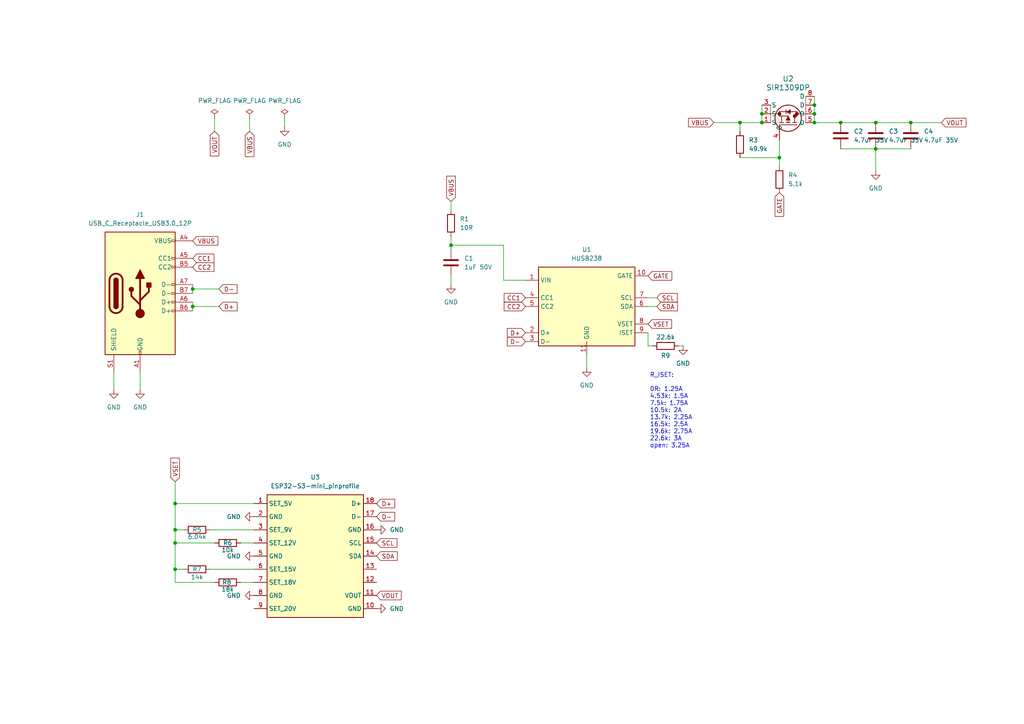
<source format=kicad_sch>
(kicad_sch (version 20231120) (generator "eeschema") (generator_version "8.0")
  (paper "A4")
  (lib_symbols
    (symbol "Connector:USB_C_Receptacle_USB2.0_14P" (pin_names (offset 1.016))
      (property "Reference" "J" (at 0 22.225 0))
      (property "Value" "USB_C_Receptacle_USB2.0_14P" (at 0 19.685 0))
      (symbol "USB_C_Receptacle_USB2.0_14P_0_0"
        (rectangle (start -0.254 -17.78) (end 0.254 -16.764))
        (rectangle (start 10.16 -4.826) (end 9.144 -5.334))
        (rectangle (start 10.16 -2.286) (end 9.144 -2.794))
        (rectangle (start 10.16 0.254) (end 9.144 -0.254))
        (rectangle (start 10.16 2.794) (end 9.144 2.286))
        (rectangle (start 10.16 7.874) (end 9.144 7.366))
        (rectangle (start 10.16 10.414) (end 9.144 9.906))
        (rectangle (start 10.16 15.494) (end 9.144 14.986))
      )
      (symbol "USB_C_Receptacle_USB2.0_14P_0_1"
        (rectangle (start -10.16 17.78) (end 10.16 -17.78) (stroke (width 0.254)) (fill (type background)))
        (arc (start -8.89 -3.81) (mid -6.985 -5.7067) (end -5.08 -3.81) (stroke (width 0.508)))
        (arc (start -7.62 -3.81) (mid -6.985 -4.4423) (end -6.35 -3.81) (stroke (width 0.254)))
        (arc (start -7.62 -3.81) (mid -6.985 -4.4423) (end -6.35 -3.81) (stroke (width 0.254)) (fill (type outline)))
        (rectangle (start -7.62 -3.81) (end -6.35 3.81) (stroke (width 0.254)) (fill (type outline)))
        (arc (start -6.35 3.81) (mid -6.985 4.4423) (end -7.62 3.81) (stroke (width 0.254)))
        (arc (start -6.35 3.81) (mid -6.985 4.4423) (end -7.62 3.81) (stroke (width 0.254)) (fill (type outline)))
        (arc (start -5.08 3.81) (mid -6.985 5.7067) (end -8.89 3.81) (stroke (width 0.508)))
        (circle (center -2.54 1.143) (radius 0.635) (stroke (width 0.254)) (fill (type outline)))
        (circle (center 0 -5.842) (radius 1.27) (fill (type outline)))
        (polyline (pts (xy -8.89 -3.81) (xy -8.89 3.81)) (stroke (width 0.508)))
        (polyline (pts (xy -5.08 3.81) (xy -5.08 -3.81)) (stroke (width 0.508)))
        (polyline (pts (xy 0 -5.842) (xy 0 4.318)) (stroke (width 0.508)))
        (polyline (pts (xy 0 -3.302) (xy -2.54 -0.762) (xy -2.54 0.508)) (stroke (width 0.508)))
        (polyline (pts (xy 0 -2.032) (xy 2.54 0.508) (xy 2.54 1.778)) (stroke (width 0.508)))
        (polyline (pts (xy -1.27 4.318) (xy 0 6.858) (xy 1.27 4.318) (xy -1.27 4.318)) (stroke (width 0.254)) (fill (type outline)))
        (rectangle (start 1.905 1.778) (end 3.175 3.048) (stroke (width 0.254)) (fill (type outline)))
      )
      (symbol "USB_C_Receptacle_USB2.0_14P_1_1"
        (pin passive line (at 0 -22.86 90) (length 5.08) (name "GND") (number "A1"))
        (pin passive line (at 0 -22.86 90) (length 5.08) hide (name "GND") (number "A12"))
        (pin passive line (at 15.24 15.24 180) (length 5.08) (name "VBUS") (number "A4"))
        (pin bidirectional line (at 15.24 10.16 180) (length 5.08) (name "CC1") (number "A5"))
        (pin bidirectional line (at 15.24 -2.54 180) (length 5.08) (name "D+") (number "A6"))
        (pin bidirectional line (at 15.24 2.54 180) (length 5.08) (name "D-") (number "A7"))
        (pin passive line (at 15.24 15.24 180) (length 5.08) hide (name "VBUS") (number "A9"))
        (pin passive line (at 0 -22.86 90) (length 5.08) hide (name "GND") (number "B1"))
        (pin passive line (at 0 -22.86 90) (length 5.08) hide (name "GND") (number "B12"))
        (pin passive line (at 15.24 15.24 180) (length 5.08) hide (name "VBUS") (number "B4"))
        (pin bidirectional line (at 15.24 7.62 180) (length 5.08) (name "CC2") (number "B5"))
        (pin bidirectional line (at 15.24 -5.08 180) (length 5.08) (name "D+") (number "B6"))
        (pin bidirectional line (at 15.24 0 180) (length 5.08) (name "D-") (number "B7"))
        (pin passive line (at 15.24 15.24 180) (length 5.08) hide (name "VBUS") (number "B9"))
        (pin passive line (at -7.62 -22.86 90) (length 5.08) (name "SHIELD") (number "S1"))
      )
    )
    (symbol "Device:C" (pin_numbers hide) (pin_names (offset 0.254))
      (property "Reference" "C" (at 0.635 2.54 0))
      (property "Value" "C" (at 0.635 -2.54 0))
      (symbol "C_0_1"
        (polyline (pts (xy -2.032 -0.762) (xy 2.032 -0.762)) (stroke (width 0.508)))
        (polyline (pts (xy -2.032 0.762) (xy 2.032 0.762)) (stroke (width 0.508)))
      )
      (symbol "C_1_1"
        (pin passive line (at 0 3.81 270) (length 2.794) (name "~") (number "1"))
        (pin passive line (at 0 -3.81 90) (length 2.794) (name "~") (number "2"))
      )
    )
    (symbol "Device:R" (pin_numbers hide) (pin_names (offset 0))
      (property "Reference" "R" (at 2.032 0 90))
      (property "Value" "R" (at 0 0 90))
      (symbol "R_0_1"
        (rectangle (start -1.016 -2.54) (end 1.016 2.54) (stroke (width 0.254)))
      )
      (symbol "R_1_1"
        (pin passive line (at 0 3.81 270) (length 1.27) (name "~") (number "1"))
        (pin passive line (at 0 -3.81 90) (length 1.27) (name "~") (number "2"))
      )
    )
    (symbol "HUSB238:FT200XD"
      (property "Reference" "U1" (at 4.7341 16.51 0))
      (property "Value" "HUSB238" (at 4.7341 13.97 0))
      (symbol "FT200XD_0_1"
        (rectangle (start -13.97 11.43) (end 13.97 -11.43) (stroke (width 0.254)) (fill (type background)))
      )
      (symbol "FT200XD_1_1"
        (pin power_in line (at -17.78 7.62 0) (length 3.81) (name "VIN") (number "1"))
        (pin output line (at 17.78 8.89 180) (length 3.81) (name "GATE") (number "10"))
        (pin power_in line (at 0 -13.97 90) (length 3.81) (name "GND") (number "11"))
        (pin bidirectional line (at -17.78 -7.62 0) (length 3.81) (name "D+") (number "2"))
        (pin bidirectional line (at -17.78 -10.16 0) (length 3.81) (name "D-") (number "3"))
        (pin bidirectional line (at -17.78 2.54 0) (length 3.81) (name "CC1") (number "4"))
        (pin bidirectional line (at -17.78 0 0) (length 3.81) (name "CC2") (number "5"))
        (pin bidirectional line (at 17.78 0 180) (length 3.81) (name "SDA") (number "6"))
        (pin bidirectional line (at 17.78 2.54 180) (length 3.81) (name "SCL") (number "7"))
        (pin input line (at 17.78 -5.08 180) (length 3.81) (name "VSET") (number "8"))
        (pin input line (at 17.78 -7.62 180) (length 3.81) (name "ISET") (number "9"))
      )
    )
    (symbol "SI4459ADY:SI4459ADY-T1-GE3" (pin_names (offset 0.254))
      (property "Reference" "U2" (at 17.78 -2.54 90))
      (property "Value" "SI4459ADY-T1-GE3" (at 15.24 -2.54 90))
      (symbol "SI4459ADY-T1-GE3_0_1"
        (polyline (pts (xy 2.54 0) (xy 4.445 0)) (stroke (width 0.2032)))
        (polyline (pts (xy 4.445 -5.08) (xy 4.445 0)) (stroke (width 0.2032)))
        (polyline (pts (xy 5.08 -7.62) (xy 12.7 -7.62)) (stroke (width 0.127)))
        (polyline (pts (xy 5.08 -5.08) (xy 5.08 -3.81)) (stroke (width 0.2032)))
        (polyline (pts (xy 5.08 -4.445) (xy 6.985 -4.445)) (stroke (width 0.2032)))
        (polyline (pts (xy 5.08 -3.175) (xy 5.08 -1.905)) (stroke (width 0.2032)))
        (polyline (pts (xy 5.08 -1.27) (xy 5.08 0)) (stroke (width 0.2032)))
        (polyline (pts (xy 5.08 -0.635) (xy 6.985 -0.635)) (stroke (width 0.2032)))
        (polyline (pts (xy 5.08 2.54) (xy 10.16 2.54)) (stroke (width 0.127)))
        (polyline (pts (xy 5.715 -2.54) (xy 5.08 -2.54)) (stroke (width 0.2032)))
        (polyline (pts (xy 6.985 -5.08) (xy 8.255 -5.08)) (stroke (width 0.2032)))
        (polyline (pts (xy 6.985 -4.445) (xy 6.985 -5.08)) (stroke (width 0.127)))
        (polyline (pts (xy 6.985 -0.635) (xy 6.985 -2.54)) (stroke (width 0.2032)))
        (polyline (pts (xy 6.985 -0.635) (xy 6.985 0)) (stroke (width 0.2032)))
        (polyline (pts (xy 6.985 0) (xy 8.255 0)) (stroke (width 0.2032)))
        (polyline (pts (xy 7.62 -7.62) (xy 7.62 -5.08)) (stroke (width 0.127)))
        (polyline (pts (xy 7.62 2.54) (xy 7.6454 0)) (stroke (width 0.127)))
        (polyline (pts (xy 8.255 -5.08) (xy 8.255 -3.175)) (stroke (width 0.2032)))
        (polyline (pts (xy 8.255 -1.905) (xy 8.255 0)) (stroke (width 0.2032)))
        (polyline (pts (xy 8.89 -1.905) (xy 7.62 -1.905)) (stroke (width 0.2032)))
        (polyline (pts (xy 5.715 -3.175) (xy 6.985 -2.54) (xy 5.715 -1.905)) (fill (type outline)))
        (polyline (pts (xy 8.89 -3.175) (xy 7.62 -3.175) (xy 8.255 -1.905)) (fill (type outline)))
        (circle (center 6.35 -2.54) (radius 3.81) (stroke (width 0.254)))
        (circle (center 6.985 -4.445) (radius 0.0254) (stroke (width 0.508)))
        (circle (center 7.62 -5.08) (radius 0.0254) (stroke (width 0.508)))
        (circle (center 7.62 0) (radius 0.0254) (stroke (width 0.508)))
        (pin unspecified line (at 5.08 5.08 270) (length 2.54) (name "S") (number "1"))
        (pin unspecified line (at 10.16 5.08 270) (length 2.54) (name "S") (number "3"))
        (pin input line (at 0 0 0) (length 2.54) (name "G") (number "4"))
        (pin unspecified line (at 5.08 -10.16 90) (length 2.54) (name "D") (number "5"))
        (pin unspecified line (at 7.62 -10.16 90) (length 2.54) (name "D") (number "6"))
        (pin unspecified line (at 10.16 -10.16 90) (length 2.54) (name "D") (number "7"))
        (pin unspecified line (at 12.7 -10.16 90) (length 2.54) (name "D") (number "8"))
      )
      (symbol "SI4459ADY-T1-GE3_1_1"
        (pin unspecified line (at 7.62 5.08 270) (length 2.54) (name "S") (number "2"))
      )
    )
    (symbol "blinkyparts:ESP32-S3-mini_pinprofile"
      (property "Reference" "U3" (at 0 16.51 0))
      (property "Value" "ESP32-S3-mini_pinprofile" (at 0 13.97 0))
      (symbol "ESP32-S3-mini_pinprofile_0_1"
        (rectangle (start -13.97 11.43) (end 13.97 -24.13) (stroke (width 0.254)) (fill (type background)))
      )
      (symbol "ESP32-S3-mini_pinprofile_1_1"
        (pin output line (at -17.78 8.89 0) (length 3.81) (name "SET_5V") (number "1"))
        (pin power_in line (at 17.78 -21.59 180) (length 3.81) (name "GND") (number "10"))
        (pin power_in line (at 17.78 -17.78 180) (length 3.81) (name "VOUT") (number "11"))
        (pin free line (at 17.78 -13.97 180) (length 3.81) (name "") (number "12"))
        (pin free line (at 17.78 -10.16 180) (length 3.81) (name "") (number "13"))
        (pin bidirectional line (at 17.78 -6.35 180) (length 3.81) (name "SDA") (number "14"))
        (pin bidirectional line (at 17.78 -2.54 180) (length 3.81) (name "SCL") (number "15"))
        (pin power_in line (at 17.78 1.27 180) (length 3.81) (name "GND") (number "16"))
        (pin bidirectional line (at 17.78 5.08 180) (length 3.81) (name "D-") (number "17"))
        (pin bidirectional line (at 17.78 8.89 180) (length 3.81) (name "D+") (number "18"))
        (pin power_in line (at -17.78 5.08 0) (length 3.81) (name "GND") (number "2"))
        (pin output line (at -17.78 1.27 0) (length 3.81) (name "SET_9V") (number "3"))
        (pin output line (at -17.78 -2.54 0) (length 3.81) (name "SET_12V") (number "4"))
        (pin power_in line (at -17.78 -6.35 0) (length 3.81) (name "GND") (number "5"))
        (pin output line (at -17.78 -10.16 0) (length 3.81) (name "SET_15V") (number "6"))
        (pin output line (at -17.78 -13.97 0) (length 3.81) (name "SET_18V") (number "7"))
        (pin power_out line (at -17.78 -17.78 0) (length 3.81) (name "GND") (number "8"))
        (pin free line (at -17.78 -21.59 0) (length 3.81) (name "SET_20V") (number "9"))
      )
    )
    (symbol "power:GND" (power) (pin_numbers hide) (pin_names (offset 0) hide)
      (property "Value" "GND" (at 0 -3.81 0))
      (symbol "GND_0_1"
        (polyline (pts (xy 0 0) (xy 0 -1.27) (xy 1.27 -1.27) (xy 0 -2.54) (xy -1.27 -1.27) (xy 0 -1.27)))
      )
      (symbol "GND_1_1"
        (pin power_in line (at 0 0 270) (length 0) (name "~") (number "1"))
      )
    )
    (symbol "power:PWR_FLAG" (power) (pin_numbers hide) (pin_names (offset 0) hide)
      (property "Value" "PWR_FLAG" (at 0 3.81 0))
      (symbol "PWR_FLAG_0_0"
        (pin power_out line (at 0 0 90) (length 0) (name "~") (number "1"))
      )
      (symbol "PWR_FLAG_0_1"
        (polyline (pts (xy 0 0) (xy 0 1.27) (xy -1.016 1.905) (xy 0 2.54) (xy 1.016 1.905) (xy 0 1.27)))
      )
    )
  )
  (junction (at 50.8 157.48))
  (junction (at 236.22 35.56))
  (junction (at 50.8 165.1))
  (junction (at 254 35.56))
  (junction (at 55.88 88.9))
  (junction (at 226.06 45.72))
  (junction (at 50.8 153.67))
  (junction (at 243.84 35.56))
  (junction (at 214.63 35.56))
  (junction (at 220.98 33.02))
  (junction (at 254 43.18))
  (junction (at 50.8 146.05))
  (junction (at 236.22 30.48))
  (junction (at 264.16 35.56))
  (junction (at 55.88 83.82))
  (junction (at 220.98 35.56))
  (junction (at 236.22 33.02))
  (junction (at 130.81 71.12))
  (wire (pts (xy 220.98 33.02) (xy 220.98 35.56)))
  (wire (pts (xy 243.84 43.18) (xy 254 43.18)))
  (wire (pts (xy 220.98 30.48) (xy 220.98 33.02)))
  (wire (pts (xy 254 35.56) (xy 264.16 35.56)))
  (wire (pts (xy 146.05 71.12) (xy 130.81 71.12)))
  (wire (pts (xy 146.05 81.28) (xy 146.05 71.12)))
  (wire (pts (xy 236.22 30.48) (xy 236.22 33.02)))
  (wire (pts (xy 236.22 33.02) (xy 236.22 35.56)))
  (wire (pts (xy 40.64 107.95) (xy 40.64 113.03)))
  (wire (pts (xy 236.22 27.94) (xy 236.22 30.48)))
  (wire (pts (xy 50.8 139.7) (xy 50.8 146.05)))
  (wire (pts (xy 207.01 35.56) (xy 214.63 35.56)))
  (wire (pts (xy 69.85 168.91) (xy 73.66 168.91)))
  (wire (pts (xy 254 43.18) (xy 254 49.53)))
  (wire (pts (xy 226.06 45.72) (xy 226.06 48.26)))
  (wire (pts (xy 55.88 88.9) (xy 55.88 90.17)))
  (wire (pts (xy 55.88 87.63) (xy 55.88 88.9)))
  (wire (pts (xy 82.55 34.29) (xy 82.55 36.83)))
  (wire (pts (xy 69.85 157.48) (xy 73.66 157.48)))
  (wire (pts (xy 226.06 40.64) (xy 226.06 45.72)))
  (wire (pts (xy 50.8 146.05) (xy 73.66 146.05)))
  (wire (pts (xy 62.23 157.48) (xy 50.8 157.48)))
  (wire (pts (xy 243.84 35.56) (xy 254 35.56)))
  (wire (pts (xy 236.22 35.56) (xy 243.84 35.56)))
  (wire (pts (xy 55.88 83.82) (xy 63.5 83.82)))
  (wire (pts (xy 33.02 107.95) (xy 33.02 113.03)))
  (wire (pts (xy 55.88 83.82) (xy 55.88 85.09)))
  (wire (pts (xy 50.8 146.05) (xy 50.8 153.67)))
  (wire (pts (xy 198.12 100.33) (xy 196.85 100.33)))
  (wire (pts (xy 130.81 68.58) (xy 130.81 71.12)))
  (wire (pts (xy 50.8 165.1) (xy 50.8 157.48)))
  (wire (pts (xy 60.96 165.1) (xy 73.66 165.1)))
  (wire (pts (xy 189.23 100.33) (xy 187.96 100.33)))
  (wire (pts (xy 130.81 58.42) (xy 130.81 60.96)))
  (wire (pts (xy 214.63 35.56) (xy 214.63 38.1)))
  (wire (pts (xy 60.96 153.67) (xy 73.66 153.67)))
  (wire (pts (xy 254 43.18) (xy 264.16 43.18)))
  (wire (pts (xy 264.16 35.56) (xy 273.05 35.56)))
  (wire (pts (xy 72.39 34.29) (xy 72.39 38.1)))
  (wire (pts (xy 50.8 153.67) (xy 53.34 153.67)))
  (wire (pts (xy 187.96 88.9) (xy 190.5 88.9)))
  (wire (pts (xy 130.81 80.01) (xy 130.81 82.55)))
  (wire (pts (xy 62.23 168.91) (xy 50.8 168.91)))
  (wire (pts (xy 214.63 35.56) (xy 220.98 35.56)))
  (wire (pts (xy 53.34 165.1) (xy 50.8 165.1)))
  (wire (pts (xy 187.96 86.36) (xy 190.5 86.36)))
  (wire (pts (xy 152.4 81.28) (xy 146.05 81.28)))
  (wire (pts (xy 62.23 34.29) (xy 62.23 38.1)))
  (wire (pts (xy 187.96 100.33) (xy 187.96 96.52)))
  (wire (pts (xy 214.63 45.72) (xy 226.06 45.72)))
  (wire (pts (xy 50.8 157.48) (xy 50.8 153.67)))
  (wire (pts (xy 170.18 102.87) (xy 170.18 106.68)))
  (wire (pts (xy 55.88 82.55) (xy 55.88 83.82)))
  (wire (pts (xy 50.8 168.91) (xy 50.8 165.1)))
  (wire (pts (xy 130.81 71.12) (xy 130.81 72.39)))
  (wire (pts (xy 55.88 88.9) (xy 63.5 88.9)))
  (text "R_ISET:\n\n0R: 1.25A\n4.53k: 1.5A\n7.5k: 1.75A\n10.5k: 2A\n13.7k: 2.25A\n16.5k: 2.5A\n19.6k: 2.75A\n22.6k: 3A\nopen: 3.25A" (at 188.468 119.126 0) (effects (font (size 1.27 1.27)) (justify left)))
  (global_label "VOUT" (shape input) (at 62.23 38.1 270) (property "Intersheetrefs" "${INTERSHEET_REFS}" (effects (hide yes))))
  (global_label "VBUS" (shape input) (at 130.81 58.42 90) (property "Intersheetrefs" "${INTERSHEET_REFS}" (effects (hide yes))))
  (global_label "VOUT" (shape input) (at 273.05 35.56 0) (property "Intersheetrefs" "${INTERSHEET_REFS}" (effects (hide yes))))
  (global_label "CC1" (shape input) (at 55.88 74.93 0) (property "Intersheetrefs" "${INTERSHEET_REFS}" (effects (hide yes))))
  (global_label "SCL" (shape input) (at 109.22 157.48 0) (property "Intersheetrefs" "${INTERSHEET_REFS}" (effects (hide yes))))
  (global_label "SDA" (shape input) (at 190.5 88.9 0) (property "Intersheetrefs" "${INTERSHEET_REFS}" (effects (hide yes))))
  (global_label "CC1" (shape input) (at 152.4 86.36 180) (property "Intersheetrefs" "${INTERSHEET_REFS}" (effects (hide yes))))
  (global_label "GATE" (shape input) (at 187.96 80.01 0) (property "Intersheetrefs" "${INTERSHEET_REFS}" (effects (hide yes))))
  (global_label "CC2" (shape input) (at 55.88 77.47 0) (property "Intersheetrefs" "${INTERSHEET_REFS}" (effects (hide yes))))
  (global_label "D-" (shape input) (at 109.22 149.86 0) (property "Intersheetrefs" "${INTERSHEET_REFS}" (effects (hide yes))))
  (global_label "D-" (shape input) (at 152.4 99.06 180) (property "Intersheetrefs" "${INTERSHEET_REFS}" (effects (hide yes))))
  (global_label "D-" (shape input) (at 63.5 83.82 0) (property "Intersheetrefs" "${INTERSHEET_REFS}" (effects (hide yes))))
  (global_label "SDA" (shape input) (at 109.22 161.29 0) (property "Intersheetrefs" "${INTERSHEET_REFS}" (effects (hide yes))))
  (global_label "VBUS" (shape input) (at 207.01 35.56 180) (property "Intersheetrefs" "${INTERSHEET_REFS}" (effects (hide yes))))
  (global_label "VSET" (shape input) (at 187.96 93.98 0) (property "Intersheetrefs" "${INTERSHEET_REFS}" (effects (hide yes))))
  (global_label "GATE" (shape input) (at 226.06 55.88 270) (property "Intersheetrefs" "${INTERSHEET_REFS}" (effects (hide yes))))
  (global_label "VBUS" (shape input) (at 55.88 69.85 0) (property "Intersheetrefs" "${INTERSHEET_REFS}" (effects (hide yes))))
  (global_label "D+" (shape input) (at 152.4 96.52 180) (property "Intersheetrefs" "${INTERSHEET_REFS}" (effects (hide yes))))
  (global_label "SCL" (shape input) (at 190.5 86.36 0) (property "Intersheetrefs" "${INTERSHEET_REFS}" (effects (hide yes))))
  (global_label "VSET" (shape input) (at 50.8 139.7 90) (property "Intersheetrefs" "${INTERSHEET_REFS}" (effects (hide yes))))
  (global_label "VOUT" (shape input) (at 109.22 172.72 0) (property "Intersheetrefs" "${INTERSHEET_REFS}" (effects (hide yes))))
  (global_label "CC2" (shape input) (at 152.4 88.9 180) (property "Intersheetrefs" "${INTERSHEET_REFS}" (effects (hide yes))))
  (global_label "D+" (shape input) (at 109.22 146.05 0) (property "Intersheetrefs" "${INTERSHEET_REFS}" (effects (hide yes))))
  (global_label "D+" (shape input) (at 63.5 88.9 0) (property "Intersheetrefs" "${INTERSHEET_REFS}" (effects (hide yes))))
  (global_label "VBUS" (shape input) (at 72.39 38.1 270) (property "Intersheetrefs" "${INTERSHEET_REFS}" (effects (hide yes))))
  (symbol (lib_id "power:GND") (at 254 49.53 0) (unit 1)
    (property "Reference" "#PWR09" (effects (hide yes)))
    (property "Value" "GND" (at 254 54.61 0))
    (property "Description" "Power symbol creates a global label with name \"GND\" , ground" (effects (hide yes)))
  )
  (symbol (lib_id "Device:C") (at 254 39.37 0) (unit 1)
    (property "Reference" "C3" (at 257.81 38.0999 0) (effects (justify left)))
    (property "Value" "4.7uF 35V" (at 257.81 40.6399 0) (effects (justify left)))
    (property "Footprint" "Capacitor_SMD:C_0603_1608Metric" (effects (hide yes)))
    (property "Description" "Unpolarized capacitor" (effects (hide yes)))
    (property "LCSC" "C307467" (effects (hide yes)))
  )
  (symbol (lib_id "Device:R") (at 226.06 52.07 0) (unit 1)
    (property "Reference" "R4" (at 228.6 50.7999 0) (effects (justify left)))
    (property "Value" "5.1k" (at 228.6 53.3399 0) (effects (justify left)))
    (property "Footprint" "Resistor_SMD:R_0402_1005Metric" (effects (hide yes)))
    (property "Description" "Resistor" (effects (hide yes)))
    (property "LCSC" "C25941" (effects (hide yes)))
  )
  (symbol (lib_id "Device:R") (at 214.63 41.91 0) (unit 1)
    (property "Reference" "R3" (at 217.17 40.6399 0) (effects (justify left)))
    (property "Value" "49.9k" (at 217.17 43.1799 0) (effects (justify left)))
    (property "Footprint" "Resistor_SMD:R_0402_1005Metric" (effects (hide yes)))
    (property "Description" "Resistor" (effects (hide yes)))
    (property "LCSC" "C100457" (effects (hide yes)))
  )
  (symbol (lib_id "power:GND") (at 82.55 36.83 0) (unit 1)
    (property "Reference" "#PWR03" (effects (hide yes)))
    (property "Value" "GND" (at 82.55 41.91 0))
    (property "Description" "Power symbol creates a global label with name \"GND\" , ground" (effects (hide yes)))
  )
  (symbol (lib_id "power:GND") (at 33.02 113.03 0) (unit 1)
    (property "Reference" "#PWR01" (effects (hide yes)))
    (property "Value" "GND" (at 33.02 118.11 0))
    (property "Description" "Power symbol creates a global label with name \"GND\" , ground" (effects (hide yes)))
  )
  (symbol (lib_id "power:PWR_FLAG") (at 72.39 34.29 0) (unit 1)
    (property "Reference" "#FLG02" (effects (hide yes)))
    (property "Value" "PWR_FLAG" (at 72.39 29.21 0))
    (property "Description" "Special symbol for telling ERC where power comes from" (effects (hide yes)))
  )
  (symbol (lib_id "Device:R") (at 57.15 153.67 90) (unit 1)
    (property "Reference" "R5" (at 57.15 153.67 90))
    (property "Value" "6.04k" (at 57.15 155.702 90))
    (property "Footprint" "Resistor_SMD:R_0402_1005Metric" (effects (hide yes)))
    (property "Description" "Resistor" (effects (hide yes)))
    (property "LCSC" "C25913" (effects (hide yes)))
  )
  (symbol (lib_id "Device:R") (at 66.04 157.48 90) (unit 1)
    (property "Reference" "R6" (at 66.04 157.48 90))
    (property "Value" "10k" (at 66.04 159.512 90))
    (property "Footprint" "Resistor_SMD:R_0402_1005Metric" (effects (hide yes)))
    (property "Description" "Resistor" (effects (hide yes)))
    (property "LCSC" "C25531" (effects (hide yes)))
  )
  (symbol (lib_id "power:GND") (at 170.18 106.68 0) (unit 1)
    (property "Reference" "#PWR07" (effects (hide yes)))
    (property "Value" "GND" (at 170.18 111.76 0))
    (property "Description" "Power symbol creates a global label with name \"GND\" , ground" (effects (hide yes)))
  )
  (symbol (lib_id "Device:C") (at 243.84 39.37 0) (unit 1)
    (property "Reference" "C2" (at 247.65 38.0999 0) (effects (justify left)))
    (property "Value" "4.7uF 35V" (at 247.65 40.6399 0) (effects (justify left)))
    (property "Footprint" "Capacitor_SMD:C_0603_1608Metric" (effects (hide yes)))
    (property "Description" "Unpolarized capacitor" (effects (hide yes)))
    (property "LCSC" "C307467" (effects (hide yes)))
  )
  (symbol (lib_id "Connector:USB_C_Receptacle_USB2.0_14P") (at 40.64 85.09 0) (unit 1)
    (property "Reference" "J1" (at 40.64 62.23 0))
    (property "Value" "USB_C_Receptacle_USB3.0_12P" (at 40.64 64.77 0))
    (property "Footprint" "Connector_USB:USB_C_Receptacle_GCT_USB4110" (effects (hide yes)))
    (property "Datasheet" "https://www.usb.org/sites/default/files/documents/usb_type-c.zip" (effects (hide yes)))
    (property "Description" "USB 3.0-only 12P Type-C Receptacle connector" (effects (hide yes)))
    (property "LCSC" "C136423" (effects (hide yes)))
  )
  (symbol (lib_id "power:GND") (at 40.64 113.03 0) (unit 1)
    (property "Reference" "#PWR02" (effects (hide yes)))
    (property "Value" "GND" (at 40.64 118.11 0))
    (property "Description" "Power symbol creates a global label with name \"GND\" , ground" (effects (hide yes)))
  )
  (symbol (lib_id "Device:R") (at 193.04 100.33 90) (unit 1)
    (property "Reference" "R9" (at 193.04 103.124 90))
    (property "Value" "22.6k" (at 193.04 97.79 90))
    (property "Footprint" "Resistor_SMD:R_0402_1005Metric" (effects (hide yes)))
    (property "Description" "Resistor" (effects (hide yes)))
    (property "LCSC" "C54831" (effects (hide yes)))
  )
  (symbol (lib_id "SI4459ADY:SI4459ADY-T1-GE3") (at 226.06 40.64 90) (unit 1)
    (property "Reference" "U2" (at 228.6 22.86 90) (effects (font (size 1.524 1.524))))
    (property "Value" "SIR1309DP" (at 228.6 25.4 90) (effects (font (size 1.524 1.524))))
    (property "Footprint" "blinkyparts:SO_ADY-T1-GE3_VIS" (effects (hide yes)))
    (property "Datasheet" "SI4459ADY-T1-GE3" (effects (hide yes)))
    (property "Description" "P-Channel MOSFET" (effects (hide yes)))
    (property "LCSC" "C5919282" (effects (hide yes)))
  )
  (symbol (lib_id "blinkyparts:ESP32-S3-mini_pinprofile") (at 91.44 154.94 0) (unit 1)
    (property "Reference" "U3" (at 91.44 138.43 0))
    (property "Value" "ESP32-S3-mini_pinprofile" (at 91.44 140.97 0))
    (property "Footprint" "blinkyparts:ESP32-S3-Zero" (effects (hide yes)))
    (property "Datasheet" "https://www.ftdichip.com/Support/Documents/DataSheets/ICs/DS_FT200XD.pdf" (effects (hide yes)))
    (property "Description" "ESP32-S3-Zero Pinout" (effects (hide yes)))
  )
  (symbol (lib_id "power:PWR_FLAG") (at 62.23 34.29 0) (unit 1)
    (property "Reference" "#FLG01" (effects (hide yes)))
    (property "Value" "PWR_FLAG" (at 62.23 29.21 0))
    (property "Description" "Special symbol for telling ERC where power comes from" (effects (hide yes)))
  )
  (symbol (lib_id "Device:R") (at 57.15 165.1 90) (unit 1)
    (property "Reference" "R7" (at 57.15 165.1 90))
    (property "Value" "14k" (at 57.15 167.386 90))
    (property "Footprint" "Resistor_SMD:R_0402_1005Metric" (effects (hide yes)))
    (property "Description" "Resistor" (effects (hide yes)))
    (property "LCSC" "C54831" (effects (hide yes)))
  )
  (symbol (lib_id "power:GND") (at 130.81 82.55 0) (unit 1)
    (property "Reference" "#PWR06" (effects (hide yes)))
    (property "Value" "GND" (at 130.81 87.63 0))
    (property "Description" "Power symbol creates a global label with name \"GND\" , ground" (effects (hide yes)))
  )
  (symbol (lib_id "power:GND") (at 73.66 161.29 270) (unit 1)
    (property "Reference" "#PWR013" (effects (hide yes)))
    (property "Value" "GND" (at 69.85 161.2899 90) (effects (justify right)))
    (property "Description" "Power symbol creates a global label with name \"GND\" , ground" (effects (hide yes)))
  )
  (symbol (lib_id "HUSB238:FT200XD") (at 170.18 88.9 0) (unit 1)
    (property "Reference" "U1" (at 170.18 72.39 0))
    (property "Value" "HUSB238" (at 170.18 74.93 0))
    (property "Footprint" "Package_DFN_QFN:DFN-10-1EP_3x3mm_P0.5mm_EP1.55x2.48mm" (effects (hide yes)))
    (property "Datasheet" "https://www.ftdichip.com/Support/Documents/DataSheets/ICs/DS_FT200XD.pdf" (effects (hide yes)))
    (property "Description" "Full Speed USB to I2C Bridge, DFN-10" (effects (hide yes)))
    (property "LCSC" "C7471904" (effects (hide yes)))
  )
  (symbol (lib_id "Device:C") (at 264.16 39.37 0) (unit 1)
    (property "Reference" "C4" (at 267.97 38.0999 0) (effects (justify left)))
    (property "Value" "4.7uF 35V" (at 267.97 40.6399 0) (effects (justify left)))
    (property "Footprint" "Capacitor_SMD:C_0603_1608Metric" (effects (hide yes)))
    (property "Description" "Unpolarized capacitor" (effects (hide yes)))
    (property "LCSC" "C307467" (effects (hide yes)))
  )
  (symbol (lib_id "power:GND") (at 73.66 149.86 270) (unit 1)
    (property "Reference" "#PWR014" (effects (hide yes)))
    (property "Value" "GND" (at 69.85 149.8599 90) (effects (justify right)))
    (property "Description" "Power symbol creates a global label with name \"GND\" , ground" (effects (hide yes)))
  )
  (symbol (lib_id "power:GND") (at 73.66 172.72 270) (unit 1)
    (property "Reference" "#PWR012" (effects (hide yes)))
    (property "Value" "GND" (at 69.85 172.7199 90) (effects (justify right)))
    (property "Description" "Power symbol creates a global label with name \"GND\" , ground" (effects (hide yes)))
  )
  (symbol (lib_id "Device:C") (at 130.81 76.2 0) (unit 1)
    (property "Reference" "C1" (at 134.62 74.9299 0) (effects (justify left)))
    (property "Value" "1uF 50V" (at 134.62 77.4699 0) (effects (justify left)))
    (property "Footprint" "Capacitor_SMD:C_0603_1608Metric" (effects (hide yes)))
    (property "Description" "Unpolarized capacitor" (effects (hide yes)))
    (property "LCSC" "C15849" (effects (hide yes)))
  )
  (symbol (lib_id "power:GND") (at 109.22 176.53 90) (unit 1)
    (property "Reference" "#PWR011" (effects (hide yes)))
    (property "Value" "GND" (at 113.03 176.5299 90) (effects (justify right)))
    (property "Description" "Power symbol creates a global label with name \"GND\" , ground" (effects (hide yes)))
  )
  (symbol (lib_id "Device:R") (at 130.81 64.77 0) (unit 1)
    (property "Reference" "R1" (at 133.35 63.4999 0) (effects (justify left)))
    (property "Value" "10R" (at 133.35 66.0399 0) (effects (justify left)))
    (property "Footprint" "Resistor_SMD:R_0402_1005Metric" (effects (hide yes)))
    (property "Description" "Resistor" (effects (hide yes)))
    (property "LCSC" "C25139" (effects (hide yes)))
  )
  (symbol (lib_id "power:PWR_FLAG") (at 82.55 34.29 0) (unit 1)
    (property "Reference" "#FLG03" (effects (hide yes)))
    (property "Value" "PWR_FLAG" (at 82.55 29.21 0))
    (property "Description" "Special symbol for telling ERC where power comes from" (effects (hide yes)))
  )
  (symbol (lib_id "Device:R") (at 66.04 168.91 90) (unit 1)
    (property "Reference" "R8" (at 65.786 168.91 90))
    (property "Value" "18k" (at 66.04 170.942 90))
    (property "Footprint" "Resistor_SMD:R_0402_1005Metric" (effects (hide yes)))
    (property "Description" "Resistor" (effects (hide yes)))
    (property "LCSC" "C25542" (effects (hide yes)))
  )
  (symbol (lib_id "power:GND") (at 109.22 153.67 90) (unit 1)
    (property "Reference" "#PWR08" (effects (hide yes)))
    (property "Value" "GND" (at 113.03 153.6699 90) (effects (justify right)))
    (property "Description" "Power symbol creates a global label with name \"GND\" , ground" (effects (hide yes)))
  )
  (symbol (lib_id "power:GND") (at 198.12 100.33 0) (unit 1)
    (property "Reference" "#PWR04" (effects (hide yes)))
    (property "Value" "GND" (at 198.12 105.41 0))
    (property "Description" "Power symbol creates a global label with name \"GND\" , ground" (effects (hide yes)))
  )
)
</source>
